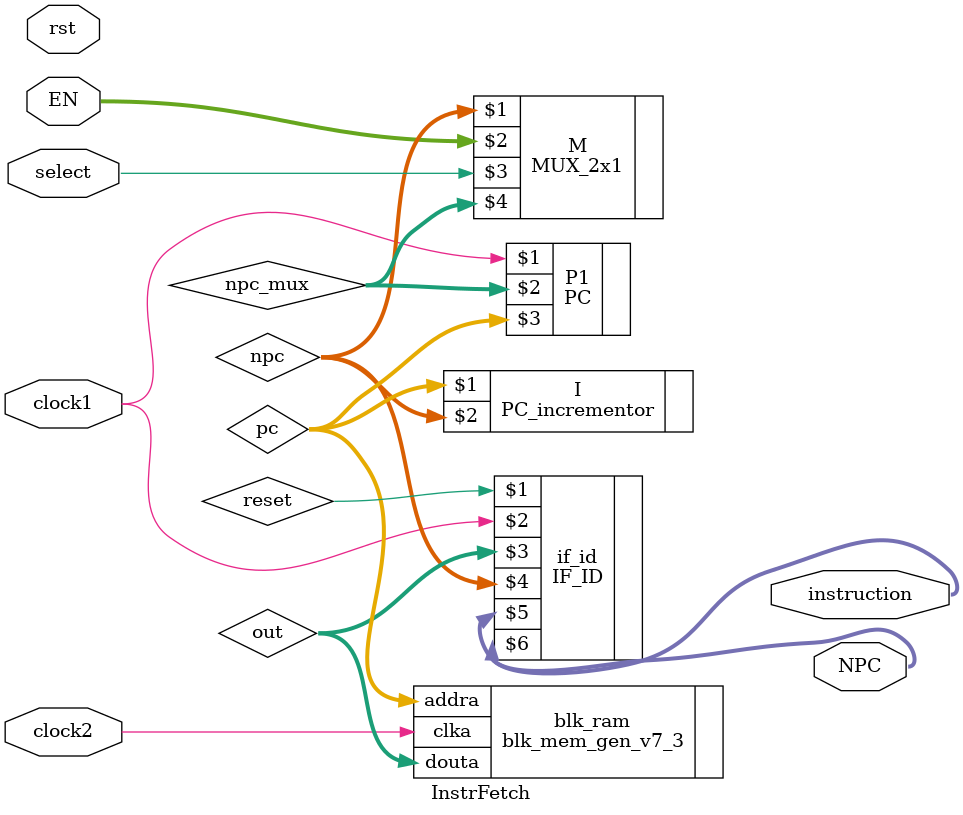
<source format=v>
`timescale 1ns / 1ps
module InstrFetch(
	input clock1,
	input clock2,
	input rst,
	input select,
	input [7:0] EN,
	output [31:0] instruction,
	output [7:0] NPC
    );
	 
	wire [31:0] out; 
	wire [7:0] npc,pc,npc_mux;

	MUX_2x1 M(npc,EN,select,npc_mux);

	PC P1(clock1,npc_mux,pc); 
	
	blk_mem_gen_v7_3 blk_ram(.clka(clock2),.addra(pc),.douta(out));
	
	IF_ID if_id(reset,clock1,out,npc,instruction,NPC);
	
	PC_incrementor I(pc,npc);
endmodule

</source>
